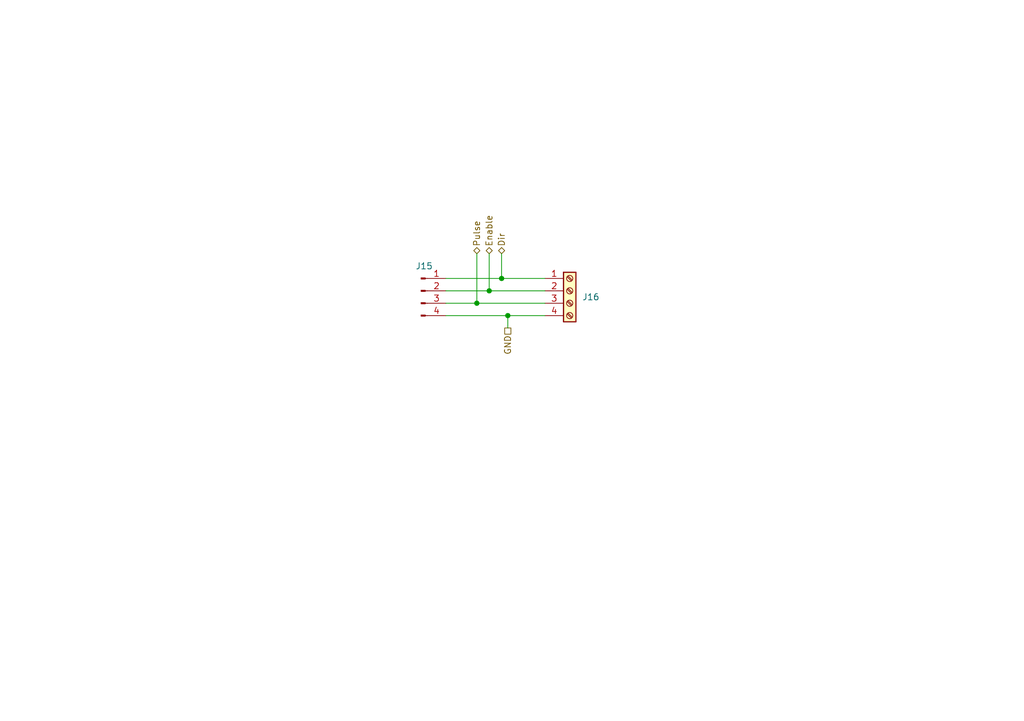
<source format=kicad_sch>
(kicad_sch (version 20231120) (generator "eeschema") (generator_version "8.0")
  (paper "A5")
  (title_block (title "Stepper connector") (date "2024-04-17") (rev "1.0"))
  (lib_symbols
    (symbol "Connector:Conn_01x04_Pin" (pin_names (offset 1.016) hide)
      (property "Reference" "J" (at 0 5.08 0))
      (property "Value" "Conn_01x04_Pin" (at 0 -7.62 0))
      (symbol "Conn_01x04_Pin_1_1"
        (polyline (pts (xy 1.27 -5.08) (xy 0.8636 -5.08)) (stroke (width 0.1524)))
        (polyline (pts (xy 1.27 -2.54) (xy 0.8636 -2.54)) (stroke (width 0.1524)))
        (polyline (pts (xy 1.27 0) (xy 0.8636 0)) (stroke (width 0.1524)))
        (polyline (pts (xy 1.27 2.54) (xy 0.8636 2.54)) (stroke (width 0.1524)))
        (rectangle (start 0.8636 -4.953) (end 0 -5.207) (stroke (width 0.1524)) (fill (type outline)))
        (rectangle (start 0.8636 -2.413) (end 0 -2.667) (stroke (width 0.1524)) (fill (type outline)))
        (rectangle (start 0.8636 0.127) (end 0 -0.127) (stroke (width 0.1524)) (fill (type outline)))
        (rectangle (start 0.8636 2.667) (end 0 2.413) (stroke (width 0.1524)) (fill (type outline)))
        (pin passive line (at 5.08 2.54 180) (length 3.81) (name "Pin_1") (number "1"))
        (pin passive line (at 5.08 0 180) (length 3.81) (name "Pin_2") (number "2"))
        (pin passive line (at 5.08 -2.54 180) (length 3.81) (name "Pin_3") (number "3"))
        (pin passive line (at 5.08 -5.08 180) (length 3.81) (name "Pin_4") (number "4"))
      )
    )
    (symbol "Connector:Screw_Terminal_01x04" (pin_names (offset 1.016) hide)
      (property "Reference" "J" (at 0 5.08 0))
      (property "Value" "Screw_Terminal_01x04" (at 0 -7.62 0))
      (symbol "Screw_Terminal_01x04_1_1"
        (rectangle (start -1.27 3.81) (end 1.27 -6.35) (stroke (width 0.254)) (fill (type background)))
        (circle (center 0 -5.08) (radius 0.635) (stroke (width 0.1524)))
        (circle (center 0 -2.54) (radius 0.635) (stroke (width 0.1524)))
        (polyline (pts (xy -0.5334 -4.7498) (xy 0.3302 -5.588)) (stroke (width 0.1524)))
        (polyline (pts (xy -0.5334 -2.2098) (xy 0.3302 -3.048)) (stroke (width 0.1524)))
        (polyline (pts (xy -0.5334 0.3302) (xy 0.3302 -0.508)) (stroke (width 0.1524)))
        (polyline (pts (xy -0.5334 2.8702) (xy 0.3302 2.032)) (stroke (width 0.1524)))
        (polyline (pts (xy -0.3556 -4.572) (xy 0.508 -5.4102)) (stroke (width 0.1524)))
        (polyline (pts (xy -0.3556 -2.032) (xy 0.508 -2.8702)) (stroke (width 0.1524)))
        (polyline (pts (xy -0.3556 0.508) (xy 0.508 -0.3302)) (stroke (width 0.1524)))
        (polyline (pts (xy -0.3556 3.048) (xy 0.508 2.2098)) (stroke (width 0.1524)))
        (circle (center 0 0) (radius 0.635) (stroke (width 0.1524)))
        (circle (center 0 2.54) (radius 0.635) (stroke (width 0.1524)))
        (pin passive line (at -5.08 2.54 0) (length 3.81) (name "Pin_1") (number "1"))
        (pin passive line (at -5.08 0 0) (length 3.81) (name "Pin_2") (number "2"))
        (pin passive line (at -5.08 -2.54 0) (length 3.81) (name "Pin_3") (number "3"))
        (pin passive line (at -5.08 -5.08 0) (length 3.81) (name "Pin_4") (number "4"))
      )
    )
  )
  (junction (at 100.33 59.69))
  (junction (at 104.14 64.77))
  (junction (at 97.79 62.23))
  (junction (at 102.87 57.15))
  (wire (pts (xy 91.44 57.15) (xy 102.87 57.15)))
  (wire (pts (xy 100.33 59.69) (xy 111.76 59.69)))
  (wire (pts (xy 102.87 52.07) (xy 102.87 57.15)))
  (wire (pts (xy 91.44 64.77) (xy 104.14 64.77)))
  (wire (pts (xy 97.79 52.07) (xy 97.79 62.23)))
  (wire (pts (xy 104.14 64.77) (xy 111.76 64.77)))
  (wire (pts (xy 104.14 64.77) (xy 104.14 67.31)))
  (wire (pts (xy 91.44 62.23) (xy 97.79 62.23)))
  (wire (pts (xy 100.33 52.07) (xy 100.33 59.69)))
  (wire (pts (xy 102.87 57.15) (xy 111.76 57.15)))
  (wire (pts (xy 97.79 62.23) (xy 111.76 62.23)))
  (wire (pts (xy 91.44 59.69) (xy 100.33 59.69)))
  (hierarchical_label "GND" (shape passive) (at 104.14 67.31 270))
  (hierarchical_label "Enable" (shape bidirectional) (at 100.33 52.07 90))
  (hierarchical_label "Dir" (shape bidirectional) (at 102.87 52.07 90))
  (hierarchical_label "Pulse" (shape bidirectional) (at 97.79 52.07 90))
  (symbol (lib_id "Connector:Conn_01x04_Pin") (at 86.36 59.69 0) (unit 1)
    (property "Reference" "J15" (at 86.995 54.61 0))
    (property "Value" "PinHeader_Control" (effects (hide yes)))
    (property "Footprint" "Connector_PinHeader_2.54mm:PinHeader_1x04_P2.54mm_Vertical" (effects (hide yes)))
    (property "Description" "Generic connector, single row, 01x04, script generated" (effects (hide yes)))
  )
  (symbol (lib_id "Connector:Screw_Terminal_01x04") (at 116.84 59.69 0) (unit 1)
    (property "Reference" "J16" (at 119.38 60.9599 0) (effects (justify left)))
    (property "Value" "Stepper" (effects (hide yes)))
    (property "Footprint" "TerminalBlock_Phoenix:TerminalBlock_Phoenix_MPT-0,5-4-2.54_1x04_P2.54mm_Horizontal" (effects (hide yes)))
    (property "Description" "Generic screw terminal, single row, 01x04, script generated (kicad-library-utils/schlib/autogen/connector/)" (effects (hide yes)))
  )
)
</source>
